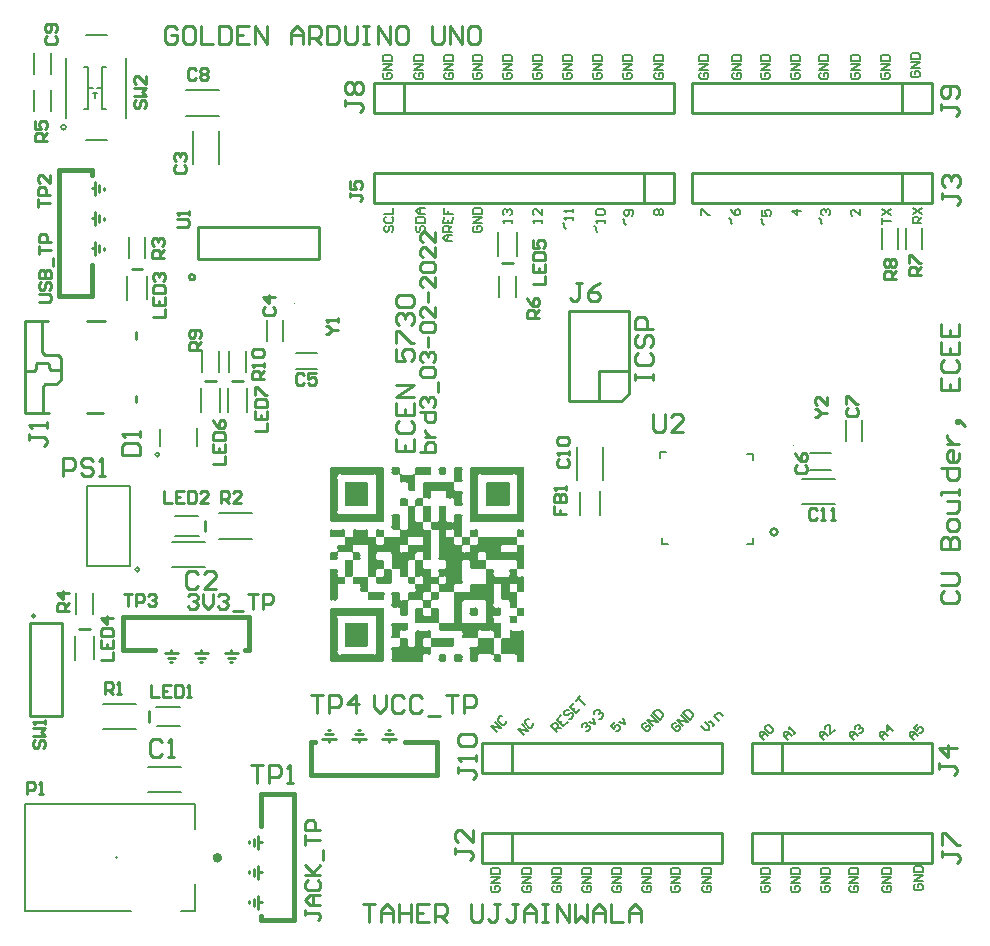
<source format=gto>
G04*
G04 #@! TF.GenerationSoftware,Altium Limited,Altium Designer,21.8.1 (53)*
G04*
G04 Layer_Color=65535*
%FSLAX25Y25*%
%MOIN*%
G70*
G04*
G04 #@! TF.SameCoordinates,28AFC469-8C40-47C5-92FE-A73FC46FB42A*
G04*
G04*
G04 #@! TF.FilePolarity,Positive*
G04*
G01*
G75*
%ADD10C,0.00394*%
%ADD11C,0.00600*%
%ADD12C,0.01000*%
%ADD13C,0.01575*%
%ADD14C,0.01500*%
%ADD15C,0.00800*%
%ADD16C,0.00900*%
%ADD17C,0.00500*%
G36*
X142842Y156775D02*
X143135D01*
Y154727D01*
X142842D01*
Y154435D01*
X141087D01*
Y154727D01*
X140795D01*
Y156190D01*
X140503D01*
Y156483D01*
X140795D01*
Y156775D01*
X141087D01*
Y157068D01*
X142842D01*
Y156775D01*
D02*
G37*
G36*
X137870D02*
X138163D01*
Y154727D01*
X137870D01*
Y154435D01*
X132605D01*
Y149170D01*
X130558D01*
Y149462D01*
X130265D01*
Y151803D01*
X129680D01*
Y152095D01*
X128510D01*
Y151803D01*
X127925D01*
Y152095D01*
X127632D01*
Y154435D01*
X127340D01*
Y154727D01*
X127048D01*
Y154435D01*
X125293D01*
Y154727D01*
X125000D01*
Y155020D01*
X124707D01*
Y155605D01*
X125000D01*
Y156190D01*
X124707D01*
Y156483D01*
X125000D01*
Y157068D01*
X127340D01*
Y156775D01*
X127632D01*
Y154727D01*
X128217D01*
Y154435D01*
X132020D01*
Y154727D01*
X132605D01*
Y156775D01*
X132897D01*
Y157068D01*
X137870D01*
Y156775D01*
D02*
G37*
G36*
X148400Y156483D02*
X148693D01*
Y156190D01*
X148400D01*
Y152972D01*
X148693D01*
Y152680D01*
Y152387D01*
X148400D01*
Y152095D01*
X145767D01*
Y156775D01*
X146060D01*
Y157068D01*
X148400D01*
Y156483D01*
D02*
G37*
G36*
X145767Y149462D02*
X146060D01*
Y149170D01*
X148400D01*
Y148878D01*
X148693D01*
Y148293D01*
X148400D01*
Y145075D01*
X148693D01*
Y144490D01*
X148400D01*
Y144197D01*
X146060D01*
Y144490D01*
X145767D01*
Y146537D01*
X145475D01*
Y146830D01*
X144597D01*
Y146537D01*
X144012D01*
Y146830D01*
X143135D01*
Y149170D01*
X138163D01*
Y147123D01*
X137870D01*
Y146830D01*
X137577D01*
Y146537D01*
X136993D01*
Y146830D01*
X135238D01*
Y151803D01*
X135530D01*
Y152095D01*
X145767D01*
Y149462D01*
D02*
G37*
G36*
X135238Y144197D02*
X137870D01*
Y143905D01*
X138163D01*
Y142735D01*
Y142443D01*
Y138933D01*
X140503D01*
Y139225D01*
X140795D01*
Y144197D01*
X143135D01*
Y139225D01*
X143428D01*
Y138933D01*
X145183D01*
Y138640D01*
X145475D01*
Y138933D01*
X145767D01*
Y141272D01*
X146060D01*
Y141565D01*
X148108D01*
Y141272D01*
X148693D01*
Y140688D01*
X148400D01*
Y133960D01*
X148693D01*
Y133668D01*
X151032D01*
Y131035D01*
X153373D01*
Y131327D01*
X153665D01*
Y133668D01*
X151032D01*
Y136300D01*
X152787D01*
Y136592D01*
X153373D01*
Y136007D01*
X153665D01*
Y133668D01*
X166535D01*
Y133960D01*
X166827D01*
Y134545D01*
X166535D01*
Y136007D01*
X166827D01*
Y136300D01*
X167120D01*
Y136592D01*
X167705D01*
Y136300D01*
X168290D01*
Y136592D01*
X168582D01*
Y136300D01*
X169167D01*
Y133960D01*
X168875D01*
Y133668D01*
X166827D01*
Y133082D01*
X166535D01*
Y131035D01*
X161563D01*
Y130743D01*
X161270D01*
Y128695D01*
X166535D01*
Y128988D01*
X166827D01*
Y129865D01*
X166535D01*
Y130743D01*
X166827D01*
Y131035D01*
X168875D01*
Y130743D01*
X169167D01*
Y123430D01*
X168875D01*
Y123137D01*
X166827D01*
Y122260D01*
X166535D01*
Y121090D01*
X166827D01*
Y120798D01*
X167120D01*
Y120505D01*
X167998D01*
Y120798D01*
X168582D01*
Y120505D01*
X168875D01*
Y120212D01*
X169167D01*
Y115533D01*
X166827D01*
Y115825D01*
X166535D01*
Y116995D01*
X166827D01*
Y117288D01*
X166535D01*
Y118165D01*
X164195D01*
Y115533D01*
X166827D01*
Y114655D01*
X166535D01*
Y111145D01*
X166827D01*
Y110267D01*
X168875D01*
Y109975D01*
X169167D01*
Y107928D01*
X168875D01*
Y107635D01*
X166827D01*
Y108220D01*
X166535D01*
Y110267D01*
X164195D01*
Y112315D01*
X163902D01*
Y112900D01*
X161563D01*
Y113192D01*
X161270D01*
Y118165D01*
X158930D01*
Y111437D01*
X158637D01*
Y110853D01*
X158930D01*
Y110560D01*
X159222D01*
Y110267D01*
X160392D01*
Y110560D01*
X160685D01*
Y110267D01*
X161270D01*
Y107928D01*
X160977D01*
Y107635D01*
X158930D01*
Y107343D01*
X158637D01*
Y106757D01*
X158930D01*
Y105002D01*
X161270D01*
Y100030D01*
X158930D01*
Y102077D01*
X158637D01*
Y102370D01*
X158053D01*
Y102663D01*
X157760D01*
Y102370D01*
X154543D01*
Y102663D01*
X153957D01*
Y102370D01*
X153665D01*
Y100030D01*
X158930D01*
Y94765D01*
X160977D01*
Y94472D01*
X161270D01*
Y92133D01*
X159222D01*
Y92425D01*
X158930D01*
Y92717D01*
X158637D01*
Y93303D01*
X158930D01*
Y94472D01*
X158053D01*
Y94765D01*
X153957D01*
Y94472D01*
X153665D01*
Y92425D01*
X153373D01*
Y92133D01*
X151325D01*
Y92425D01*
X151032D01*
Y96520D01*
X150740D01*
Y96812D01*
X151032D01*
Y97105D01*
X153373D01*
Y97398D01*
X153665D01*
Y100030D01*
X148693D01*
Y100322D01*
X148400D01*
Y101200D01*
X148693D01*
Y101785D01*
X148400D01*
Y102370D01*
X141087D01*
Y102663D01*
X140795D01*
Y105002D01*
X132897D01*
Y105295D01*
X132605D01*
Y109975D01*
X132897D01*
Y110267D01*
X135238D01*
Y107928D01*
X135530D01*
Y107635D01*
X137870D01*
Y107928D01*
X138163D01*
Y110267D01*
X135238D01*
Y112608D01*
X134945D01*
Y112900D01*
X130558D01*
Y112608D01*
X130265D01*
Y107928D01*
X129973D01*
Y107635D01*
X127925D01*
Y107928D01*
X127632D01*
Y110267D01*
X127048D01*
Y110560D01*
X126755D01*
Y110267D01*
X125293D01*
Y110560D01*
X125000D01*
Y110853D01*
X124707D01*
Y111437D01*
X125000D01*
Y114655D01*
X124707D01*
Y115240D01*
X125000D01*
Y115533D01*
X127340D01*
Y115240D01*
X127632D01*
Y112900D01*
X127925D01*
Y112608D01*
X128510D01*
Y112900D01*
X130265D01*
Y115240D01*
X130558D01*
Y115533D01*
X132605D01*
Y115825D01*
X132897D01*
Y116410D01*
X132605D01*
Y118165D01*
X130558D01*
Y118457D01*
X130265D01*
Y120212D01*
Y120505D01*
X127632D01*
Y123137D01*
X125000D01*
Y128110D01*
X124707D01*
Y128695D01*
X120027D01*
Y128110D01*
X119735D01*
Y126355D01*
X120027D01*
Y126063D01*
X122075D01*
Y125770D01*
X122368D01*
Y123137D01*
X124707D01*
Y122845D01*
X125000D01*
Y119920D01*
Y119627D01*
Y118457D01*
X124707D01*
Y118165D01*
X120027D01*
Y118457D01*
X119735D01*
Y120505D01*
X117103D01*
Y131035D01*
X112130D01*
Y128695D01*
X114178D01*
Y128402D01*
X114470D01*
Y127817D01*
X114762D01*
Y127525D01*
X114470D01*
Y126940D01*
X114762D01*
Y126355D01*
X114470D01*
Y126063D01*
X112130D01*
Y128402D01*
X111837D01*
Y128695D01*
X106865D01*
Y127525D01*
X106572D01*
Y127233D01*
X106865D01*
Y126355D01*
X106572D01*
Y126063D01*
X104233D01*
Y128402D01*
X104525D01*
Y128695D01*
X106572D01*
Y129280D01*
X106865D01*
Y129865D01*
X106572D01*
Y130743D01*
X106865D01*
Y131035D01*
X109205D01*
Y133668D01*
X104525D01*
Y133960D01*
X104233D01*
Y136300D01*
X104817D01*
Y136592D01*
X105110D01*
Y136300D01*
X108327D01*
Y136592D01*
X108913D01*
Y136300D01*
X109205D01*
Y133668D01*
X111837D01*
Y133960D01*
X112130D01*
Y136300D01*
X112423D01*
Y136592D01*
X113007D01*
Y136300D01*
X116225D01*
Y136592D01*
X116810D01*
Y136300D01*
X117103D01*
Y133668D01*
X119735D01*
Y131327D01*
X120027D01*
Y131035D01*
X122075D01*
Y131327D01*
X122368D01*
Y133668D01*
X119735D01*
Y135423D01*
Y135715D01*
Y136007D01*
X120027D01*
Y136592D01*
X120613D01*
Y136300D01*
X122368D01*
Y133668D01*
X127340D01*
Y133960D01*
X127632D01*
Y136300D01*
X125293D01*
Y136592D01*
X125000D01*
Y136885D01*
X124707D01*
Y137470D01*
X125000D01*
Y140688D01*
X124707D01*
Y141272D01*
X125293D01*
Y141565D01*
X127340D01*
Y141272D01*
X127632D01*
Y136592D01*
X127925D01*
Y136300D01*
X129973D01*
Y136592D01*
X130265D01*
Y144197D01*
X127632D01*
Y146537D01*
X127925D01*
Y146830D01*
X129680D01*
Y146537D01*
X130265D01*
Y144197D01*
X132605D01*
Y146245D01*
X132897D01*
Y146537D01*
X133190D01*
Y146830D01*
X135238D01*
Y144197D01*
D02*
G37*
G36*
X168875Y156775D02*
X169167D01*
Y139225D01*
X168875D01*
Y138933D01*
X151032D01*
Y156775D01*
X151325D01*
Y157068D01*
X168875D01*
Y156775D01*
D02*
G37*
G36*
X122075D02*
X122368D01*
Y138933D01*
X104525D01*
Y139225D01*
X104233D01*
Y156775D01*
X104525D01*
Y157068D01*
X122075D01*
Y156775D01*
D02*
G37*
G36*
X112130Y120798D02*
X111837D01*
Y120505D01*
X109497D01*
Y120798D01*
X109205D01*
Y123430D01*
Y123723D01*
Y125770D01*
X109497D01*
Y126063D01*
X112130D01*
Y120798D01*
D02*
G37*
G36*
X117103Y115533D02*
X122368D01*
Y115240D01*
X122660D01*
Y114655D01*
X122368D01*
Y112900D01*
X117103D01*
Y115533D01*
X114762D01*
Y115825D01*
X114470D01*
Y116702D01*
X114762D01*
Y116995D01*
X114470D01*
Y118165D01*
X112130D01*
Y120505D01*
X117103D01*
Y115533D01*
D02*
G37*
G36*
X106572Y122845D02*
X106865D01*
Y121967D01*
X106572D01*
Y121382D01*
X106865D01*
Y120798D01*
X107158D01*
Y120505D01*
X109205D01*
Y118165D01*
X107158D01*
Y117873D01*
X106865D01*
Y117288D01*
X106572D01*
Y116995D01*
X106865D01*
Y113192D01*
X106572D01*
Y112900D01*
X106280D01*
Y112608D01*
X105695D01*
Y112900D01*
X105110D01*
Y112608D01*
X104817D01*
Y112900D01*
X104233D01*
Y123137D01*
X106572D01*
Y122845D01*
D02*
G37*
G36*
X166535Y106173D02*
X166827D01*
Y105587D01*
X166535D01*
Y105002D01*
X164195D01*
Y107050D01*
X163902D01*
Y107343D01*
X164195D01*
Y107635D01*
X166535D01*
Y106173D01*
D02*
G37*
G36*
X168582Y102370D02*
X168875D01*
Y102077D01*
X169167D01*
Y92425D01*
X168875D01*
Y92133D01*
X166827D01*
Y92425D01*
X166535D01*
Y93303D01*
X166827D01*
Y94180D01*
X166535D01*
Y94472D01*
X165950D01*
Y94765D01*
X161270D01*
Y99738D01*
X161563D01*
Y100030D01*
X163902D01*
Y100322D01*
X164195D01*
Y102370D01*
X164488D01*
Y102663D01*
X165073D01*
Y102370D01*
X167998D01*
Y102663D01*
X168582D01*
Y102370D01*
D02*
G37*
G36*
X130265Y102663D02*
X129680D01*
Y102370D01*
X128510D01*
Y102663D01*
X127925D01*
Y102370D01*
X127632D01*
Y101785D01*
Y101493D01*
Y100030D01*
X129973D01*
Y99738D01*
X130265D01*
Y97398D01*
X130558D01*
Y97105D01*
X132313D01*
Y97398D01*
X132605D01*
Y97690D01*
X132897D01*
Y97983D01*
X132605D01*
Y102077D01*
X132897D01*
Y102370D01*
X133483D01*
Y102663D01*
X134067D01*
Y102370D01*
X136993D01*
Y102663D01*
X137577D01*
Y102370D01*
X137870D01*
Y102077D01*
X138163D01*
Y100030D01*
X145767D01*
Y97398D01*
X145475D01*
Y97105D01*
X138163D01*
Y99738D01*
X137870D01*
Y100030D01*
X135530D01*
Y99738D01*
X135238D01*
Y97398D01*
X135530D01*
Y97105D01*
X138163D01*
Y95057D01*
X137870D01*
Y94765D01*
X137577D01*
Y94472D01*
X136993D01*
Y94765D01*
X135530D01*
Y94472D01*
X135238D01*
Y92133D01*
X125000D01*
Y92717D01*
X124707D01*
Y93010D01*
X125000D01*
Y94180D01*
Y94472D01*
Y96228D01*
X124707D01*
Y96812D01*
X125000D01*
Y97105D01*
X127340D01*
Y97398D01*
X127632D01*
Y100030D01*
X125000D01*
Y100322D01*
X124707D01*
Y100908D01*
X125000D01*
Y104125D01*
X124707D01*
Y104710D01*
X125000D01*
Y105002D01*
X130265D01*
Y102663D01*
D02*
G37*
G36*
X148108Y94472D02*
X148400D01*
Y94180D01*
X148693D01*
Y93595D01*
X148400D01*
Y93010D01*
X148693D01*
Y92717D01*
X148400D01*
Y92133D01*
X146060D01*
Y92425D01*
X145767D01*
Y94472D01*
X146060D01*
Y94765D01*
X148108D01*
Y94472D01*
D02*
G37*
G36*
X142842D02*
X143135D01*
Y92425D01*
X142842D01*
Y92133D01*
X141087D01*
Y92425D01*
X140795D01*
Y92717D01*
X140503D01*
Y93010D01*
X140795D01*
Y94472D01*
X141087D01*
Y94765D01*
X142842D01*
Y94472D01*
D02*
G37*
G36*
X122368Y92425D02*
X122075D01*
Y92133D01*
X104525D01*
Y92425D01*
X104233D01*
Y109975D01*
X104525D01*
Y110267D01*
X122368D01*
Y92425D01*
D02*
G37*
%LPC*%
G36*
X145475Y136592D02*
X144890D01*
Y136300D01*
X143135D01*
Y135715D01*
Y135423D01*
Y133668D01*
X145767D01*
Y131327D01*
X146060D01*
Y131035D01*
X148400D01*
Y133668D01*
X145767D01*
Y136300D01*
X145475D01*
Y136592D01*
D02*
G37*
G36*
X135238Y133668D02*
X130265D01*
Y131035D01*
X135238D01*
Y133668D01*
D02*
G37*
G36*
X151032Y131035D02*
X148693D01*
Y130743D01*
X148400D01*
Y128988D01*
X148693D01*
Y128695D01*
X148985D01*
Y128402D01*
X149277D01*
Y128695D01*
X150740D01*
Y128988D01*
X151032D01*
Y131035D01*
D02*
G37*
G36*
X130265D02*
X127632D01*
Y129865D01*
Y129572D01*
Y128695D01*
X127925D01*
Y128402D01*
X128510D01*
Y128695D01*
X130265D01*
Y131035D01*
D02*
G37*
G36*
X135238Y144197D02*
X132897D01*
Y143905D01*
X132605D01*
Y139225D01*
X132897D01*
Y138933D01*
X135238D01*
Y136592D01*
X135530D01*
Y136300D01*
X138163D01*
Y126063D01*
X135238D01*
Y128695D01*
X133190D01*
Y128402D01*
X132897D01*
Y128110D01*
X132605D01*
Y126063D01*
X135238D01*
Y123430D01*
X135530D01*
Y123137D01*
X138163D01*
Y120505D01*
X140503D01*
Y120798D01*
X140795D01*
Y122260D01*
X140503D01*
Y122845D01*
X140795D01*
Y123137D01*
X142842D01*
Y123430D01*
X143135D01*
Y125770D01*
X142842D01*
Y126063D01*
X140795D01*
Y126355D01*
X140503D01*
Y126940D01*
X140795D01*
Y136007D01*
X140503D01*
Y136300D01*
X138455D01*
Y136592D01*
X138163D01*
Y138933D01*
X135238D01*
Y144197D01*
D02*
G37*
G36*
X156005Y128695D02*
X153957D01*
Y128402D01*
X153665D01*
Y126063D01*
X156298D01*
Y123137D01*
X158637D01*
Y122845D01*
X158930D01*
Y121967D01*
X158637D01*
Y121382D01*
X158930D01*
Y120798D01*
X159222D01*
Y120505D01*
X163902D01*
Y121090D01*
X164195D01*
Y122260D01*
X163902D01*
Y122845D01*
X164195D01*
Y123137D01*
X166535D01*
Y124892D01*
X166827D01*
Y125478D01*
X166535D01*
Y125770D01*
X166243D01*
Y126063D01*
X156298D01*
Y128402D01*
X156005D01*
Y128695D01*
D02*
G37*
G36*
X122368Y123137D02*
X120027D01*
Y122845D01*
X119735D01*
Y120505D01*
X122075D01*
Y120798D01*
X122368D01*
Y123137D01*
D02*
G37*
G36*
X142550Y120798D02*
X142257D01*
Y120505D01*
X140795D01*
Y118165D01*
X142842D01*
Y118457D01*
X143135D01*
Y120505D01*
X142550D01*
Y120798D01*
D02*
G37*
G36*
X132605Y126063D02*
X130558D01*
Y125770D01*
X130265D01*
Y120505D01*
X132605D01*
Y118165D01*
X135238D01*
Y120505D01*
X134945D01*
Y120798D01*
X134360D01*
Y120505D01*
X132605D01*
Y126063D01*
D02*
G37*
G36*
X150740D02*
X148693D01*
Y125770D01*
X148400D01*
Y119043D01*
X148693D01*
Y118457D01*
X148400D01*
Y118165D01*
X146060D01*
Y117873D01*
X145767D01*
Y115533D01*
X151032D01*
Y117873D01*
X151325D01*
Y118165D01*
X156298D01*
Y123137D01*
X151325D01*
Y123430D01*
X151032D01*
Y125770D01*
X150740D01*
Y126063D01*
D02*
G37*
G36*
X138163Y115533D02*
X135530D01*
Y115240D01*
X135238D01*
Y112900D01*
X138163D01*
Y115533D01*
D02*
G37*
G36*
X156005Y112900D02*
X148985D01*
Y112608D01*
X148693D01*
Y112315D01*
X148400D01*
Y105295D01*
X148693D01*
Y105002D01*
X156005D01*
Y105295D01*
X156298D01*
Y112608D01*
X156005D01*
Y112900D01*
D02*
G37*
G36*
X140503Y118165D02*
X138163D01*
Y115533D01*
X140795D01*
Y113192D01*
X140503D01*
Y112900D01*
X138455D01*
Y112608D01*
X138163D01*
Y110267D01*
X140503D01*
Y109975D01*
X140795D01*
Y107050D01*
Y106757D01*
Y105002D01*
X145767D01*
Y115533D01*
X140795D01*
Y117873D01*
X140503D01*
Y118165D01*
D02*
G37*
%LPD*%
G36*
X153080Y110267D02*
X153373D01*
Y109975D01*
X153665D01*
Y107928D01*
X153373D01*
Y107635D01*
X151325D01*
Y107928D01*
X151032D01*
Y108220D01*
X150740D01*
Y108512D01*
X151032D01*
Y110267D01*
X152787D01*
Y110560D01*
X153080D01*
Y110267D01*
D02*
G37*
%LPC*%
G36*
X165950Y154727D02*
X165365D01*
Y154435D01*
X154543D01*
Y154727D01*
X153957D01*
Y154435D01*
X153665D01*
Y152387D01*
Y152095D01*
Y141565D01*
X166535D01*
Y141858D01*
X166827D01*
Y142443D01*
X166535D01*
Y153265D01*
X166827D01*
Y153850D01*
X166535D01*
Y154435D01*
X165950D01*
Y154727D01*
D02*
G37*
%LPD*%
G36*
X163902Y151803D02*
X164195D01*
Y144490D01*
X163902D01*
Y144197D01*
X156298D01*
Y148000D01*
Y148293D01*
Y151803D01*
X156590D01*
Y152095D01*
X163902D01*
Y151803D01*
D02*
G37*
%LPC*%
G36*
X119442Y154727D02*
X118858D01*
Y154435D01*
X108035D01*
Y154727D01*
X107450D01*
Y154435D01*
X106865D01*
Y153850D01*
X106572D01*
Y153265D01*
X106865D01*
Y142443D01*
X106572D01*
Y141858D01*
X106865D01*
Y141565D01*
X119735D01*
Y147415D01*
Y147707D01*
Y154435D01*
X119442D01*
Y154727D01*
D02*
G37*
%LPD*%
G36*
X116810Y151803D02*
X117103D01*
Y144197D01*
X109497D01*
Y144490D01*
X109205D01*
Y151803D01*
X109497D01*
Y152095D01*
X116810D01*
Y151803D01*
D02*
G37*
%LPC*%
G36*
X119735Y107635D02*
X106865D01*
Y107343D01*
X106572D01*
Y106757D01*
X106865D01*
Y95935D01*
X106572D01*
Y95350D01*
X106865D01*
Y94765D01*
X107450D01*
Y94472D01*
X108035D01*
Y94765D01*
X118858D01*
Y94472D01*
X119442D01*
Y94765D01*
X119735D01*
Y96520D01*
Y96812D01*
Y107635D01*
D02*
G37*
%LPD*%
G36*
X117103Y97983D02*
Y97690D01*
Y97398D01*
X116810D01*
Y97105D01*
X109497D01*
Y97398D01*
X109205D01*
Y104710D01*
X109497D01*
Y105002D01*
X117103D01*
Y97983D01*
D02*
G37*
D10*
X258865Y164350D02*
G03*
X258865Y164350I-197J0D01*
G01*
X92547Y211670D02*
G03*
X92547Y211670I-197J0D01*
G01*
D11*
X47407Y161200D02*
G03*
X47407Y161200I-707J0D01*
G01*
X16306Y270400D02*
G03*
X16306Y270400I-806J0D01*
G01*
X40813Y123000D02*
G03*
X40813Y123000I-707J0D01*
G01*
X186800Y152760D02*
Y163760D01*
X195200Y152760D02*
Y163760D01*
X194300Y141100D02*
Y149000D01*
X187700Y141000D02*
Y148900D01*
X261760Y153200D02*
X272760D01*
X261760Y144800D02*
X272760D01*
X264231Y161700D02*
X271232D01*
X264231Y156300D02*
X271232D01*
X160200Y227547D02*
Y235447D01*
X166800Y227647D02*
Y235547D01*
X166200Y213800D02*
Y220800D01*
X160800Y213800D02*
Y220800D01*
X288300Y229700D02*
Y236700D01*
X293700Y229700D02*
Y236700D01*
X296300Y229731D02*
Y236732D01*
X301700Y229731D02*
Y236732D01*
X276300Y165732D02*
Y172731D01*
X281700Y165732D02*
Y172731D01*
X61800Y188732D02*
Y195731D01*
X67200Y188732D02*
Y195731D01*
X67800Y175647D02*
Y183547D01*
X61200Y175547D02*
Y183447D01*
X70800Y188732D02*
Y195731D01*
X76200Y188732D02*
Y195731D01*
X76800Y175553D02*
Y183453D01*
X70200Y175453D02*
Y183353D01*
X83300Y199232D02*
Y206231D01*
X88700Y199232D02*
Y206231D01*
X93168Y195200D02*
X100169D01*
X93168Y189800D02*
X100169D01*
X58800Y258260D02*
Y269260D01*
X67200Y258260D02*
Y269260D01*
X23000Y301000D02*
X30000D01*
X23000Y266000D02*
X30000D01*
X28500Y276500D02*
X29800D01*
X28500Y290500D02*
X29800D01*
X22400D02*
X23800D01*
X22400Y276500D02*
X23800D01*
X25200Y281800D02*
X26800D01*
X26000Y280200D02*
Y281800D01*
X36500Y273500D02*
Y293500D01*
X16500Y273500D02*
Y293500D01*
X28500Y276500D02*
Y290500D01*
X23800Y276500D02*
Y290500D01*
X23842Y283502D02*
X25242D01*
X26842Y283452D02*
X28442D01*
X5800Y288231D02*
Y295232D01*
X11200Y288231D02*
Y295232D01*
X5800Y275731D02*
Y282732D01*
X11200Y275731D02*
Y282732D01*
X37300Y226731D02*
Y233732D01*
X42700Y226731D02*
Y233732D01*
X43300Y213053D02*
Y220953D01*
X36700Y212953D02*
Y220853D01*
X23200Y150700D02*
X37800D01*
X23200Y124300D02*
Y150700D01*
Y124300D02*
X37800D01*
Y150700D01*
X19200Y92953D02*
Y100853D01*
X25800Y93053D02*
Y100953D01*
X25200Y108168D02*
Y115168D01*
X19800Y108168D02*
Y115168D01*
X51740Y132200D02*
X62740D01*
X51740Y123800D02*
X62740D01*
X52547Y140800D02*
X60447D01*
X52647Y134200D02*
X60547D01*
X67260Y133300D02*
X78260D01*
X67260Y141700D02*
X78260D01*
X46553Y70700D02*
X54453D01*
X46453Y77300D02*
X54353D01*
X43760Y48800D02*
X54760D01*
X43760Y57200D02*
X54760D01*
X28760Y78200D02*
X39760D01*
X28760Y69800D02*
X39760D01*
X215000Y131500D02*
X217000D01*
X215000D02*
Y133500D01*
X245223Y131545D02*
Y133545D01*
X243223Y131545D02*
X245223D01*
X243394Y161601D02*
X245394D01*
Y159601D02*
Y161601D01*
X214500Y162000D02*
X216500D01*
X214500Y160000D02*
Y162000D01*
X56240Y274300D02*
X67240D01*
X56240Y282700D02*
X67240D01*
D12*
X59400Y220465D02*
G03*
X59400Y220465I-1000J0D01*
G01*
X5898Y107500D02*
G03*
X5898Y107500I-394J0D01*
G01*
X253518Y135500D02*
G03*
X253518Y135500I-1118J0D01*
G01*
X245000Y25000D02*
Y30000D01*
Y25000D02*
X255000D01*
Y35000D01*
X305000D01*
Y25000D02*
Y35000D01*
X255000Y25000D02*
X305000D01*
X245000Y35000D02*
X255000D01*
X245000Y30000D02*
Y35000D01*
X121750Y66500D02*
X126250D01*
X124000Y65473D02*
Y66500D01*
X122750Y68000D02*
X125250D01*
X123750Y69500D02*
X124477D01*
X111750Y66500D02*
X116250D01*
X114000Y65473D02*
Y66500D01*
X112750Y68000D02*
X115250D01*
X113750Y69500D02*
X114477D01*
X101750Y66500D02*
X106250D01*
X104000Y65473D02*
Y66500D01*
X102750Y68000D02*
X105250D01*
X103750Y69500D02*
X104477D01*
X129000Y285000D02*
X219000D01*
X119000Y275000D02*
X209000D01*
X119000D02*
Y285000D01*
X209000D01*
X129000Y275000D02*
Y285000D01*
Y275000D02*
X219000D01*
Y285000D01*
X295000Y275000D02*
Y285000D01*
X225000Y275000D02*
X305000D01*
Y285000D01*
X225000D02*
X305000D01*
X225000Y275000D02*
Y285000D01*
X245000Y60000D02*
Y65000D01*
X255000D01*
Y55000D02*
X305000D01*
Y65000D01*
X255000D02*
X305000D01*
X255000Y55000D02*
Y65000D01*
X245000Y55000D02*
X255000D01*
X245000D02*
Y60000D01*
X165000Y55000D02*
Y65000D01*
X155000D02*
X235000D01*
X155000Y55000D02*
Y65000D01*
Y55000D02*
X235000D01*
Y65000D01*
X165000Y25000D02*
Y35000D01*
X155000D02*
X235000D01*
X155000Y25000D02*
Y35000D01*
Y25000D02*
X235000D01*
Y35000D01*
X161800Y225247D02*
X165200D01*
X295000Y245000D02*
Y255000D01*
X225000Y245000D02*
X305000D01*
Y255000D01*
X225000D02*
X305000D01*
X225000Y245000D02*
Y255000D01*
X119000Y245000D02*
X209000D01*
X129000Y255000D02*
X219000D01*
Y245000D02*
Y255000D01*
X129000Y245000D02*
X219000D01*
X209000D02*
Y255000D01*
X119000D02*
X209000D01*
X119000Y245000D02*
Y255000D01*
X62800Y185847D02*
X66200D01*
X71800Y185753D02*
X75200D01*
X2714Y175020D02*
Y205825D01*
Y175020D02*
X10700D01*
X23400Y175100D02*
X28800D01*
X2714Y205825D02*
X10500D01*
X11625Y189373D02*
X14525D01*
X11325D02*
X11625D01*
X10525Y190173D02*
X11325Y189373D01*
X10525Y190173D02*
Y191572D01*
X10125Y191972D02*
X10525Y191572D01*
X6825Y191972D02*
X10125D01*
X6425Y191572D02*
X6825Y191972D01*
X6425Y189772D02*
Y191572D01*
X5825Y189172D02*
X6425Y189772D01*
X3325Y189172D02*
X5825D01*
X8525Y175020D02*
Y183872D01*
X9425Y184773D01*
X13125D01*
X14525Y186172D01*
Y193572D01*
X13625Y194473D02*
X14525Y193572D01*
X9225Y194473D02*
X13625D01*
X8225Y195473D02*
X9225Y194473D01*
X8225Y195473D02*
Y205673D01*
X23400Y205800D02*
X29200D01*
X39525Y178714D02*
Y180875D01*
Y199968D02*
Y202286D01*
X26000Y227750D02*
Y232250D01*
X24973Y230000D02*
X26000D01*
X27500Y228750D02*
Y231250D01*
X29000Y229523D02*
Y230250D01*
X26000Y237750D02*
Y242250D01*
X24973Y240000D02*
X26000D01*
X27500Y238750D02*
Y241250D01*
X29000Y239523D02*
Y240250D01*
X26000Y247750D02*
Y252250D01*
X24973Y250000D02*
X26000D01*
X27500Y248750D02*
Y251250D01*
X29000Y249523D02*
Y250250D01*
X38300Y223253D02*
X41700D01*
X15000Y74000D02*
Y105000D01*
X4500Y74000D02*
X15000D01*
X4500Y105000D02*
X15000D01*
X4500Y74000D02*
Y105000D01*
X20800Y103253D02*
X24200D01*
X62847Y135800D02*
Y139200D01*
X44153Y72300D02*
Y75700D01*
X71023Y92000D02*
X71750D01*
X70250Y93500D02*
X72750D01*
X71500Y95000D02*
Y96027D01*
X69250Y95000D02*
X73750D01*
X61023Y92000D02*
X61750D01*
X60250Y93500D02*
X62750D01*
X61500Y95000D02*
Y96027D01*
X59250Y95000D02*
X63750D01*
X51023Y92000D02*
X51750D01*
X50250Y93500D02*
X52750D01*
X51500Y95000D02*
Y96027D01*
X49250Y95000D02*
X53750D01*
X33091Y27000D02*
X33122D01*
X77500Y11750D02*
Y12477D01*
X79000Y10750D02*
Y13250D01*
X80500Y12000D02*
X81527D01*
X80500Y9750D02*
Y14250D01*
X77500Y21750D02*
Y22477D01*
X79000Y20750D02*
Y23250D01*
X80500Y22000D02*
X81527D01*
X80500Y19750D02*
Y24250D01*
X77500Y31750D02*
Y32477D01*
X79000Y30750D02*
Y33250D01*
X80500Y32000D02*
X81527D01*
X80500Y29750D02*
Y34250D01*
X184000Y209000D02*
X204000D01*
X184000Y179000D02*
Y209000D01*
X194000Y189000D02*
X204000D01*
X194000Y179000D02*
Y189000D01*
X204000Y181500D02*
Y209000D01*
X201500Y179000D02*
X204000Y181500D01*
X184000Y179000D02*
X201500D01*
X206002Y186000D02*
Y187999D01*
Y187000D01*
X212000D01*
Y186000D01*
Y187999D01*
X207002Y194997D02*
X206002Y193997D01*
Y191998D01*
X207002Y190998D01*
X211000D01*
X212000Y191998D01*
Y193997D01*
X211000Y194997D01*
X207002Y200995D02*
X206002Y199996D01*
Y197996D01*
X207002Y196996D01*
X208001D01*
X209001Y197996D01*
Y199996D01*
X210001Y200995D01*
X211000D01*
X212000Y199996D01*
Y197996D01*
X211000Y196996D01*
X212000Y202994D02*
X206002D01*
Y205994D01*
X207002Y206993D01*
X209001D01*
X210001Y205994D01*
Y202994D01*
X7335Y212000D02*
X10667D01*
X11333Y212666D01*
Y213999D01*
X10667Y214666D01*
X7335D01*
X8001Y218665D02*
X7335Y217998D01*
Y216665D01*
X8001Y215999D01*
X8668D01*
X9334Y216665D01*
Y217998D01*
X10001Y218665D01*
X10667D01*
X11333Y217998D01*
Y216665D01*
X10667Y215999D01*
X7335Y219997D02*
X11333D01*
Y221997D01*
X10667Y222663D01*
X10001D01*
X9334Y221997D01*
Y219997D01*
Y221997D01*
X8668Y222663D01*
X8001D01*
X7335Y221997D01*
Y219997D01*
X12000Y223996D02*
Y226662D01*
X7335Y227995D02*
Y230661D01*
Y229328D01*
X11333D01*
Y231994D02*
X7335D01*
Y233993D01*
X8001Y234659D01*
X9334D01*
X10001Y233993D01*
Y231994D01*
X119000Y80998D02*
Y76999D01*
X120999Y75000D01*
X122999Y76999D01*
Y80998D01*
X128997Y79998D02*
X127997Y80998D01*
X125998D01*
X124998Y79998D01*
Y75999D01*
X125998Y75000D01*
X127997D01*
X128997Y75999D01*
X134995Y79998D02*
X133995Y80998D01*
X131996D01*
X130996Y79998D01*
Y75999D01*
X131996Y75000D01*
X133995D01*
X134995Y75999D01*
X136994Y74000D02*
X140993D01*
X142992Y80998D02*
X146991D01*
X144992D01*
Y75000D01*
X148990D02*
Y80998D01*
X151989D01*
X152989Y79998D01*
Y77999D01*
X151989Y76999D01*
X148990D01*
X57000Y113998D02*
X57833Y114831D01*
X59499D01*
X60332Y113998D01*
Y113165D01*
X59499Y112332D01*
X58666D01*
X59499D01*
X60332Y111499D01*
Y110666D01*
X59499Y109833D01*
X57833D01*
X57000Y110666D01*
X61998Y114831D02*
Y111499D01*
X63665Y109833D01*
X65331Y111499D01*
Y114831D01*
X66997Y113998D02*
X67830Y114831D01*
X69496D01*
X70329Y113998D01*
Y113165D01*
X69496Y112332D01*
X68663D01*
X69496D01*
X70329Y111499D01*
Y110666D01*
X69496Y109833D01*
X67830D01*
X66997Y110666D01*
X71995Y109000D02*
X75327D01*
X76994Y114831D02*
X80326D01*
X78660D01*
Y109833D01*
X81992D02*
Y114831D01*
X84491D01*
X85324Y113998D01*
Y112332D01*
X84491Y111499D01*
X81992D01*
X96169Y9332D02*
Y7666D01*
Y8499D01*
X100334D01*
X101167Y7666D01*
Y6833D01*
X100334Y6000D01*
X101167Y10998D02*
X97835D01*
X96169Y12664D01*
X97835Y14331D01*
X101167D01*
X98668D01*
Y10998D01*
X97002Y19329D02*
X96169Y18496D01*
Y16830D01*
X97002Y15997D01*
X100334D01*
X101167Y16830D01*
Y18496D01*
X100334Y19329D01*
X96169Y20995D02*
X101167D01*
X99501D01*
X96169Y24327D01*
X98668Y21828D01*
X101167Y24327D01*
X102000Y25993D02*
Y29326D01*
X96169Y30992D02*
Y34324D01*
Y32658D01*
X101167D01*
Y35990D02*
X96169D01*
Y38489D01*
X97002Y39323D01*
X98668D01*
X99501Y38489D01*
Y35990D01*
X309002Y115699D02*
X308003Y114699D01*
Y112700D01*
X309002Y111700D01*
X313001D01*
X314001Y112700D01*
Y114699D01*
X313001Y115699D01*
X308003Y117698D02*
X313001D01*
X314001Y118698D01*
Y120697D01*
X313001Y121697D01*
X308003D01*
Y129694D02*
X314001D01*
Y132693D01*
X313001Y133693D01*
X312001D01*
X311002Y132693D01*
Y129694D01*
Y132693D01*
X310002Y133693D01*
X309002D01*
X308003Y132693D01*
Y129694D01*
X314001Y136692D02*
Y138691D01*
X313001Y139691D01*
X311002D01*
X310002Y138691D01*
Y136692D01*
X311002Y135692D01*
X313001D01*
X314001Y136692D01*
X310002Y141690D02*
X313001D01*
X314001Y142690D01*
Y145689D01*
X310002D01*
X314001Y147688D02*
Y149688D01*
Y148688D01*
X308003D01*
Y147688D01*
Y156685D02*
X314001D01*
Y153686D01*
X313001Y152687D01*
X311002D01*
X310002Y153686D01*
Y156685D01*
X314001Y161684D02*
Y159685D01*
X313001Y158685D01*
X311002D01*
X310002Y159685D01*
Y161684D01*
X311002Y162683D01*
X312001D01*
Y158685D01*
X310002Y164683D02*
X314001D01*
X312001D01*
X311002Y165682D01*
X310002Y166682D01*
Y167682D01*
X315000Y171681D02*
X314001Y172680D01*
X313001D01*
Y171681D01*
X314001D01*
Y172680D01*
X315000Y171681D01*
X316000Y170681D01*
X308003Y186676D02*
Y182677D01*
X314001D01*
Y186676D01*
X311002Y182677D02*
Y184676D01*
X309002Y192674D02*
X308003Y191674D01*
Y189675D01*
X309002Y188675D01*
X313001D01*
X314001Y189675D01*
Y191674D01*
X313001Y192674D01*
X308003Y198672D02*
Y194673D01*
X314001D01*
Y198672D01*
X311002Y194673D02*
Y196672D01*
X308003Y204670D02*
Y200671D01*
X314001D01*
Y204670D01*
X311002Y200671D02*
Y202671D01*
X134469Y162100D02*
X139467D01*
Y164599D01*
X138634Y165432D01*
X137801D01*
X136968D01*
X136135Y164599D01*
Y162100D01*
Y167098D02*
X139467D01*
X137801D01*
X136968Y167931D01*
X136135Y168764D01*
Y169598D01*
X134469Y175429D02*
X139467D01*
Y172930D01*
X138634Y172097D01*
X136968D01*
X136135Y172930D01*
Y175429D01*
X135302Y177095D02*
X134469Y177928D01*
Y179594D01*
X135302Y180427D01*
X136135D01*
X136968Y179594D01*
Y178761D01*
Y179594D01*
X137801Y180427D01*
X138634D01*
X139467Y179594D01*
Y177928D01*
X138634Y177095D01*
X140300Y182094D02*
Y185426D01*
X135302Y187092D02*
X134469Y187925D01*
Y189591D01*
X135302Y190424D01*
X138634D01*
X139467Y189591D01*
Y187925D01*
X138634Y187092D01*
X135302D01*
Y192090D02*
X134469Y192923D01*
Y194589D01*
X135302Y195422D01*
X136135D01*
X136968Y194589D01*
Y193756D01*
Y194589D01*
X137801Y195422D01*
X138634D01*
X139467Y194589D01*
Y192923D01*
X138634Y192090D01*
X136968Y197089D02*
Y200421D01*
X135302Y202087D02*
X134469Y202920D01*
Y204586D01*
X135302Y205419D01*
X138634D01*
X139467Y204586D01*
Y202920D01*
X138634Y202087D01*
X135302D01*
X139467Y210418D02*
Y207085D01*
X136135Y210418D01*
X135302D01*
X134469Y209585D01*
Y207919D01*
X135302Y207085D01*
X136968Y212084D02*
Y215416D01*
X139467Y220414D02*
Y217082D01*
X136135Y220414D01*
X135302D01*
X134469Y219581D01*
Y217915D01*
X135302Y217082D01*
Y222081D02*
X134469Y222914D01*
Y224580D01*
X135302Y225413D01*
X138634D01*
X139467Y224580D01*
Y222914D01*
X138634Y222081D01*
X135302D01*
X139467Y230411D02*
Y227079D01*
X136135Y230411D01*
X135302D01*
X134469Y229578D01*
Y227912D01*
X135302Y227079D01*
X139467Y235410D02*
Y232077D01*
X136135Y235410D01*
X135302D01*
X134469Y234577D01*
Y232910D01*
X135302Y232077D01*
X115200Y11498D02*
X119199D01*
X117199D01*
Y5500D01*
X121198D02*
Y9499D01*
X123197Y11498D01*
X125197Y9499D01*
Y5500D01*
Y8499D01*
X121198D01*
X127196Y11498D02*
Y5500D01*
Y8499D01*
X131195D01*
Y11498D01*
Y5500D01*
X137193Y11498D02*
X133194D01*
Y5500D01*
X137193D01*
X133194Y8499D02*
X135194D01*
X139192Y5500D02*
Y11498D01*
X142191D01*
X143191Y10498D01*
Y8499D01*
X142191Y7499D01*
X139192D01*
X141192D02*
X143191Y5500D01*
X151188Y11498D02*
Y6500D01*
X152188Y5500D01*
X154187D01*
X155187Y6500D01*
Y11498D01*
X161185D02*
X159186D01*
X160185D01*
Y6500D01*
X159186Y5500D01*
X158186D01*
X157186Y6500D01*
X167183Y11498D02*
X165184D01*
X166183D01*
Y6500D01*
X165184Y5500D01*
X164184D01*
X163184Y6500D01*
X169183Y5500D02*
Y9499D01*
X171182Y11498D01*
X173181Y9499D01*
Y5500D01*
Y8499D01*
X169183D01*
X175181Y11498D02*
X177180D01*
X176180D01*
Y5500D01*
X175181D01*
X177180D01*
X180179D02*
Y11498D01*
X184178Y5500D01*
Y11498D01*
X186177D02*
Y5500D01*
X188176Y7499D01*
X190176Y5500D01*
Y11498D01*
X192175Y5500D02*
Y9499D01*
X194175Y11498D01*
X196174Y9499D01*
Y5500D01*
Y8499D01*
X192175D01*
X198173Y11498D02*
Y5500D01*
X202172D01*
X204171D02*
Y9499D01*
X206171Y11498D01*
X208170Y9499D01*
Y5500D01*
Y8499D01*
X204171D01*
X53499Y302998D02*
X52499Y303998D01*
X50500D01*
X49500Y302998D01*
Y299000D01*
X50500Y298000D01*
X52499D01*
X53499Y299000D01*
Y300999D01*
X51499D01*
X58497Y303998D02*
X56498D01*
X55498Y302998D01*
Y299000D01*
X56498Y298000D01*
X58497D01*
X59497Y299000D01*
Y302998D01*
X58497Y303998D01*
X61496D02*
Y298000D01*
X65495D01*
X67494Y303998D02*
Y298000D01*
X70493D01*
X71493Y299000D01*
Y302998D01*
X70493Y303998D01*
X67494D01*
X77491D02*
X73492D01*
Y298000D01*
X77491D01*
X73492Y300999D02*
X75492D01*
X79490Y298000D02*
Y303998D01*
X83489Y298000D01*
Y303998D01*
X91486Y298000D02*
Y301999D01*
X93486Y303998D01*
X95485Y301999D01*
Y298000D01*
Y300999D01*
X91486D01*
X97484Y298000D02*
Y303998D01*
X100484D01*
X101483Y302998D01*
Y300999D01*
X100484Y299999D01*
X97484D01*
X99484D02*
X101483Y298000D01*
X103482Y303998D02*
Y298000D01*
X106482D01*
X107481Y299000D01*
Y302998D01*
X106482Y303998D01*
X103482D01*
X109481D02*
Y299000D01*
X110480Y298000D01*
X112480D01*
X113479Y299000D01*
Y303998D01*
X115479D02*
X117478D01*
X116478D01*
Y298000D01*
X115479D01*
X117478D01*
X120477D02*
Y303998D01*
X124476Y298000D01*
Y303998D01*
X129474D02*
X127475D01*
X126475Y302998D01*
Y299000D01*
X127475Y298000D01*
X129474D01*
X130474Y299000D01*
Y302998D01*
X129474Y303998D01*
X138471D02*
Y299000D01*
X139471Y298000D01*
X141470D01*
X142470Y299000D01*
Y303998D01*
X144469Y298000D02*
Y303998D01*
X148468Y298000D01*
Y303998D01*
X153466D02*
X151467D01*
X150467Y302998D01*
Y299000D01*
X151467Y298000D01*
X153466D01*
X154466Y299000D01*
Y302998D01*
X153466Y303998D01*
X126402Y166399D02*
Y162400D01*
X132400D01*
Y166399D01*
X129401Y162400D02*
Y164399D01*
X127402Y172397D02*
X126402Y171397D01*
Y169398D01*
X127402Y168398D01*
X131400D01*
X132400Y169398D01*
Y171397D01*
X131400Y172397D01*
X126402Y178395D02*
Y174396D01*
X132400D01*
Y178395D01*
X129401Y174396D02*
Y176395D01*
X132400Y180394D02*
X126402D01*
X132400Y184393D01*
X126402D01*
Y196389D02*
Y192390D01*
X129401D01*
X128401Y194390D01*
Y195389D01*
X129401Y196389D01*
X131400D01*
X132400Y195389D01*
Y193390D01*
X131400Y192390D01*
X126402Y198388D02*
Y202387D01*
X127402D01*
X131400Y198388D01*
X132400D01*
X127402Y204386D02*
X126402Y205386D01*
Y207385D01*
X127402Y208385D01*
X128401D01*
X129401Y207385D01*
Y206386D01*
Y207385D01*
X130401Y208385D01*
X131400D01*
X132400Y207385D01*
Y205386D01*
X131400Y204386D01*
X127402Y210384D02*
X126402Y211384D01*
Y213384D01*
X127402Y214383D01*
X131400D01*
X132400Y213384D01*
Y211384D01*
X131400Y210384D01*
X127402D01*
X266001Y173668D02*
X266667D01*
X268000Y175001D01*
X266667Y176333D01*
X266001D01*
X268000Y175001D02*
X269999D01*
Y180332D02*
Y177666D01*
X267334Y180332D01*
X266667D01*
X266001Y179666D01*
Y178333D01*
X266667Y177666D01*
X103001Y201334D02*
X103667D01*
X105000Y202667D01*
X103667Y204000D01*
X103001D01*
X105000Y202667D02*
X106999D01*
Y205333D02*
Y206666D01*
Y205999D01*
X103001D01*
X103667Y205333D01*
X212000Y174698D02*
Y169700D01*
X213000Y168700D01*
X214999D01*
X215999Y169700D01*
Y174698D01*
X221997Y168700D02*
X217998D01*
X221997Y172699D01*
Y173698D01*
X220997Y174698D01*
X218998D01*
X217998Y173698D01*
X53501Y237034D02*
X56833D01*
X57499Y237701D01*
Y239034D01*
X56833Y239700D01*
X53501D01*
X57499Y241033D02*
Y242366D01*
Y241699D01*
X53501D01*
X54167Y241033D01*
X98003Y80999D02*
X102001D01*
X100002D01*
Y75001D01*
X104001D02*
Y80999D01*
X107000D01*
X107999Y79999D01*
Y78000D01*
X107000Y77000D01*
X104001D01*
X112998Y75001D02*
Y80999D01*
X109999Y78000D01*
X113997D01*
X35800Y114799D02*
X38466D01*
X37133D01*
Y110800D01*
X39799D02*
Y114799D01*
X41798D01*
X42465Y114132D01*
Y112799D01*
X41798Y112133D01*
X39799D01*
X43797Y114132D02*
X44464Y114799D01*
X45797D01*
X46463Y114132D01*
Y113466D01*
X45797Y112799D01*
X45130D01*
X45797D01*
X46463Y112133D01*
Y111467D01*
X45797Y110800D01*
X44464D01*
X43797Y111467D01*
X7001Y243668D02*
Y246334D01*
Y245001D01*
X10999D01*
Y247667D02*
X7001D01*
Y249667D01*
X7667Y250333D01*
X9000D01*
X9666Y249667D01*
Y247667D01*
X10999Y254332D02*
Y251666D01*
X8333Y254332D01*
X7667D01*
X7001Y253665D01*
Y252332D01*
X7667Y251666D01*
X78000Y57798D02*
X81999D01*
X79999D01*
Y51800D01*
X83998D02*
Y57798D01*
X86997D01*
X87997Y56798D01*
Y54799D01*
X86997Y53799D01*
X83998D01*
X89996Y51800D02*
X91996D01*
X90996D01*
Y57798D01*
X89996Y56798D01*
X39667Y279334D02*
X39001Y278668D01*
Y277335D01*
X39667Y276668D01*
X40334D01*
X41000Y277335D01*
Y278668D01*
X41666Y279334D01*
X42333D01*
X42999Y278668D01*
Y277335D01*
X42333Y276668D01*
X39001Y280667D02*
X42999D01*
X41666Y282000D01*
X42999Y283333D01*
X39001D01*
X42999Y287332D02*
Y284666D01*
X40334Y287332D01*
X39667D01*
X39001Y286665D01*
Y285332D01*
X39667Y284666D01*
X6167Y66001D02*
X5501Y65334D01*
Y64001D01*
X6167Y63335D01*
X6833D01*
X7500Y64001D01*
Y65334D01*
X8167Y66001D01*
X8833D01*
X9499Y65334D01*
Y64001D01*
X8833Y63335D01*
X5501Y67334D02*
X9499D01*
X8167Y68666D01*
X9499Y69999D01*
X5501D01*
X9499Y71332D02*
Y72665D01*
Y71999D01*
X5501D01*
X6167Y71332D01*
X82499Y186502D02*
X78501D01*
Y188501D01*
X79167Y189167D01*
X80500D01*
X81166Y188501D01*
Y186502D01*
Y187835D02*
X82499Y189167D01*
Y190500D02*
Y191833D01*
Y191167D01*
X78501D01*
X79167Y190500D01*
Y193833D02*
X78501Y194499D01*
Y195832D01*
X79167Y196498D01*
X81833D01*
X82499Y195832D01*
Y194499D01*
X81833Y193833D01*
X79167D01*
X61499Y196168D02*
X57501D01*
Y198167D01*
X58167Y198834D01*
X59500D01*
X60166Y198167D01*
Y196168D01*
Y197501D02*
X61499Y198834D01*
X60833Y200167D02*
X61499Y200833D01*
Y202166D01*
X60833Y202832D01*
X58167D01*
X57501Y202166D01*
Y200833D01*
X58167Y200167D01*
X58834D01*
X59500Y200833D01*
Y202832D01*
X292999Y219668D02*
X289001D01*
Y221667D01*
X289667Y222334D01*
X291000D01*
X291666Y221667D01*
Y219668D01*
Y221001D02*
X292999Y222334D01*
X289667Y223667D02*
X289001Y224333D01*
Y225666D01*
X289667Y226332D01*
X290334D01*
X291000Y225666D01*
X291666Y226332D01*
X292333D01*
X292999Y225666D01*
Y224333D01*
X292333Y223667D01*
X291666D01*
X291000Y224333D01*
X290334Y223667D01*
X289667D01*
X291000Y224333D02*
Y225666D01*
X301499Y221168D02*
X297501D01*
Y223167D01*
X298167Y223834D01*
X299500D01*
X300166Y223167D01*
Y221168D01*
Y222501D02*
X301499Y223834D01*
X297501Y225167D02*
Y227832D01*
X298167D01*
X300833Y225167D01*
X301499D01*
X173999Y206668D02*
X170001D01*
Y208667D01*
X170667Y209334D01*
X172000D01*
X172667Y208667D01*
Y206668D01*
Y208001D02*
X173999Y209334D01*
X170001Y213332D02*
X170667Y211999D01*
X172000Y210666D01*
X173333D01*
X173999Y211333D01*
Y212666D01*
X173333Y213332D01*
X172667D01*
X172000Y212666D01*
Y210666D01*
X9999Y265668D02*
X6001D01*
Y267667D01*
X6667Y268334D01*
X8000D01*
X8666Y267667D01*
Y265668D01*
Y267001D02*
X9999Y268334D01*
X6001Y272332D02*
Y269667D01*
X8000D01*
X7333Y270999D01*
Y271666D01*
X8000Y272332D01*
X9333D01*
X9999Y271666D01*
Y270333D01*
X9333Y269667D01*
X17499Y109168D02*
X13501D01*
Y111167D01*
X14167Y111834D01*
X15500D01*
X16166Y111167D01*
Y109168D01*
Y110501D02*
X17499Y111834D01*
Y115166D02*
X13501D01*
X15500Y113166D01*
Y115832D01*
X48999Y226731D02*
X45001D01*
Y228730D01*
X45667Y229397D01*
X47000D01*
X47666Y228730D01*
Y226731D01*
Y228064D02*
X48999Y229397D01*
X45667Y230729D02*
X45001Y231396D01*
Y232729D01*
X45667Y233395D01*
X46334D01*
X47000Y232729D01*
Y232062D01*
Y232729D01*
X47666Y233395D01*
X48333D01*
X48999Y232729D01*
Y231396D01*
X48333Y230729D01*
X68000Y145000D02*
Y148999D01*
X69999D01*
X70666Y148332D01*
Y146999D01*
X69999Y146333D01*
X68000D01*
X69333D02*
X70666Y145000D01*
X74664D02*
X71999D01*
X74664Y147666D01*
Y148332D01*
X73998Y148999D01*
X72665D01*
X71999Y148332D01*
X29500Y81500D02*
Y85499D01*
X31499D01*
X32166Y84832D01*
Y83499D01*
X31499Y82833D01*
X29500D01*
X30833D02*
X32166Y81500D01*
X33499D02*
X34832D01*
X34165D01*
Y85499D01*
X33499Y84832D01*
X15400Y154000D02*
Y159998D01*
X18399D01*
X19399Y158998D01*
Y156999D01*
X18399Y155999D01*
X15400D01*
X25397Y158998D02*
X24397Y159998D01*
X22398D01*
X21398Y158998D01*
Y157999D01*
X22398Y156999D01*
X24397D01*
X25397Y155999D01*
Y155000D01*
X24397Y154000D01*
X22398D01*
X21398Y155000D01*
X27396Y154000D02*
X29395D01*
X28396D01*
Y159998D01*
X27396Y158998D01*
X3500Y48000D02*
Y51999D01*
X5499D01*
X6166Y51332D01*
Y49999D01*
X5499Y49333D01*
X3500D01*
X7499Y48000D02*
X8832D01*
X8165D01*
Y51999D01*
X7499Y51332D01*
X79501Y169169D02*
X83499D01*
Y171835D01*
X79501Y175833D02*
Y173168D01*
X83499D01*
Y175833D01*
X81500Y173168D02*
Y174501D01*
X79501Y177166D02*
X83499D01*
Y179166D01*
X82833Y179832D01*
X80167D01*
X79501Y179166D01*
Y177166D01*
Y181165D02*
Y183831D01*
X80167D01*
X82833Y181165D01*
X83499D01*
X65501Y158169D02*
X69499D01*
Y160835D01*
X65501Y164833D02*
Y162168D01*
X69499D01*
Y164833D01*
X67500Y162168D02*
Y163501D01*
X65501Y166166D02*
X69499D01*
Y168166D01*
X68833Y168832D01*
X66167D01*
X65501Y168166D01*
Y166166D01*
Y172831D02*
X66167Y171498D01*
X67500Y170165D01*
X68833D01*
X69499Y170832D01*
Y172164D01*
X68833Y172831D01*
X68166D01*
X67500Y172164D01*
Y170165D01*
X172001Y218169D02*
X175999D01*
Y220835D01*
X172001Y224834D02*
Y222168D01*
X175999D01*
Y224834D01*
X174000Y222168D02*
Y223501D01*
X172001Y226167D02*
X175999D01*
Y228166D01*
X175333Y228832D01*
X172667D01*
X172001Y228166D01*
Y226167D01*
Y232831D02*
Y230165D01*
X174000D01*
X173334Y231498D01*
Y232165D01*
X174000Y232831D01*
X175333D01*
X175999Y232165D01*
Y230832D01*
X175333Y230165D01*
X28001Y92669D02*
X31999D01*
Y95335D01*
X28001Y99334D02*
Y96668D01*
X31999D01*
Y99334D01*
X30000Y96668D02*
Y98001D01*
X28001Y100666D02*
X31999D01*
Y102666D01*
X31333Y103332D01*
X28667D01*
X28001Y102666D01*
Y100666D01*
X31999Y106665D02*
X28001D01*
X30000Y104665D01*
Y107331D01*
X45501Y207169D02*
X49499D01*
Y209835D01*
X45501Y213834D02*
Y211168D01*
X49499D01*
Y213834D01*
X47500Y211168D02*
Y212501D01*
X45501Y215166D02*
X49499D01*
Y217166D01*
X48833Y217832D01*
X46167D01*
X45501Y217166D01*
Y215166D01*
X46167Y219165D02*
X45501Y219832D01*
Y221164D01*
X46167Y221831D01*
X46834D01*
X47500Y221164D01*
Y220498D01*
Y221164D01*
X48166Y221831D01*
X48833D01*
X49499Y221164D01*
Y219832D01*
X48833Y219165D01*
X49169Y148999D02*
Y145001D01*
X51835D01*
X55834Y148999D02*
X53168D01*
Y145001D01*
X55834D01*
X53168Y147000D02*
X54501D01*
X57166Y148999D02*
Y145001D01*
X59166D01*
X59832Y145667D01*
Y148333D01*
X59166Y148999D01*
X57166D01*
X63831Y145001D02*
X61165D01*
X63831Y147667D01*
Y148333D01*
X63165Y148999D01*
X61832D01*
X61165Y148333D01*
X44700Y84599D02*
Y80600D01*
X47366D01*
X51364Y84599D02*
X48699D01*
Y80600D01*
X51364D01*
X48699Y82599D02*
X50032D01*
X52697Y84599D02*
Y80600D01*
X54697D01*
X55363Y81266D01*
Y83932D01*
X54697Y84599D01*
X52697D01*
X56696Y80600D02*
X58029D01*
X57363D01*
Y84599D01*
X56696Y83932D01*
X147001Y57001D02*
Y55002D01*
Y56001D01*
X151999D01*
X152999Y55002D01*
Y54002D01*
X151999Y53002D01*
X152999Y59000D02*
Y61000D01*
Y60000D01*
X147001D01*
X148001Y59000D01*
Y63999D02*
X147001Y64999D01*
Y66998D01*
X148001Y67998D01*
X151999D01*
X152999Y66998D01*
Y64999D01*
X151999Y63999D01*
X148001D01*
X308001Y278000D02*
Y276001D01*
Y277001D01*
X312999D01*
X313999Y276001D01*
Y275001D01*
X312999Y274002D01*
Y280000D02*
X313999Y280999D01*
Y282999D01*
X312999Y283998D01*
X309001D01*
X308001Y282999D01*
Y280999D01*
X309001Y280000D01*
X310000D01*
X311000Y280999D01*
Y283998D01*
X109501Y279500D02*
Y277501D01*
Y278501D01*
X114499D01*
X115499Y277501D01*
Y276501D01*
X114499Y275502D01*
X110501Y281500D02*
X109501Y282499D01*
Y284499D01*
X110501Y285498D01*
X111500D01*
X112500Y284499D01*
X113500Y285498D01*
X114499D01*
X115499Y284499D01*
Y282499D01*
X114499Y281500D01*
X113500D01*
X112500Y282499D01*
X111500Y281500D01*
X110501D01*
X112500Y282499D02*
Y284499D01*
X308501Y29000D02*
Y27001D01*
Y28001D01*
X313499D01*
X314499Y27001D01*
Y26001D01*
X313499Y25002D01*
X308501Y31000D02*
Y34998D01*
X309501D01*
X313499Y31000D01*
X314499D01*
X188499Y218498D02*
X186499D01*
X187499D01*
Y213500D01*
X186499Y212500D01*
X185500D01*
X184500Y213500D01*
X194497Y218498D02*
X192497Y217498D01*
X190498Y215499D01*
Y213500D01*
X191498Y212500D01*
X193497D01*
X194497Y213500D01*
Y214499D01*
X193497Y215499D01*
X190498D01*
X111001Y248334D02*
Y247001D01*
Y247667D01*
X114333D01*
X114999Y247001D01*
Y246334D01*
X114333Y245668D01*
X111001Y252332D02*
Y249667D01*
X113000D01*
X112334Y250999D01*
Y251666D01*
X113000Y252332D01*
X114333D01*
X114999Y251666D01*
Y250333D01*
X114333Y249667D01*
X307501Y58500D02*
Y56501D01*
Y57501D01*
X312499D01*
X313499Y56501D01*
Y55501D01*
X312499Y54502D01*
X313499Y63499D02*
X307501D01*
X310500Y60500D01*
Y64498D01*
X308501Y248500D02*
Y246501D01*
Y247501D01*
X313499D01*
X314499Y246501D01*
Y245501D01*
X313499Y244502D01*
X309501Y250500D02*
X308501Y251499D01*
Y253499D01*
X309501Y254498D01*
X310500D01*
X311500Y253499D01*
Y252499D01*
Y253499D01*
X312500Y254498D01*
X313499D01*
X314499Y253499D01*
Y251499D01*
X313499Y250500D01*
X146001Y30000D02*
Y28001D01*
Y29001D01*
X150999D01*
X151999Y28001D01*
Y27001D01*
X150999Y26002D01*
X151999Y35998D02*
Y32000D01*
X148000Y35998D01*
X147001D01*
X146001Y34999D01*
Y32999D01*
X147001Y32000D01*
X4001Y168000D02*
Y166001D01*
Y167000D01*
X8999D01*
X9999Y166001D01*
Y165001D01*
X8999Y164001D01*
X9999Y169999D02*
Y171999D01*
Y170999D01*
X4001D01*
X5001Y169999D01*
X179001Y144001D02*
Y141335D01*
X181000D01*
Y142668D01*
Y141335D01*
X182999D01*
X179001Y145334D02*
X182999D01*
Y147333D01*
X182333Y147999D01*
X181666D01*
X181000Y147333D01*
Y145334D01*
Y147333D01*
X180333Y147999D01*
X179667D01*
X179001Y147333D01*
Y145334D01*
X182999Y149332D02*
Y150665D01*
Y149999D01*
X179001D01*
X179667Y149332D01*
X35001Y161001D02*
X40999D01*
Y164000D01*
X39999Y165000D01*
X36001D01*
X35001Y164000D01*
Y161001D01*
X40999Y166999D02*
Y168999D01*
Y167999D01*
X35001D01*
X36001Y166999D01*
X266834Y142833D02*
X266167Y143499D01*
X264834D01*
X264168Y142833D01*
Y140167D01*
X264834Y139501D01*
X266167D01*
X266834Y140167D01*
X268167Y139501D02*
X269500D01*
X268833D01*
Y143499D01*
X268167Y142833D01*
X271499Y139501D02*
X272832D01*
X272165D01*
Y143499D01*
X271499Y142833D01*
X180667Y159667D02*
X180001Y159001D01*
Y157668D01*
X180667Y157002D01*
X183333D01*
X183999Y157668D01*
Y159001D01*
X183333Y159667D01*
X183999Y161000D02*
Y162333D01*
Y161667D01*
X180001D01*
X180667Y161000D01*
Y164333D02*
X180001Y164999D01*
Y166332D01*
X180667Y166998D01*
X183333D01*
X183999Y166332D01*
Y164999D01*
X183333Y164333D01*
X180667D01*
X10165Y300833D02*
X9499Y300166D01*
Y298833D01*
X10165Y298167D01*
X12831D01*
X13498Y298833D01*
Y300166D01*
X12831Y300833D01*
Y302166D02*
X13498Y302832D01*
Y304165D01*
X12831Y304831D01*
X10165D01*
X9499Y304165D01*
Y302832D01*
X10165Y302166D01*
X10832D01*
X11498Y302832D01*
Y304831D01*
X59566Y289332D02*
X58899Y289999D01*
X57566D01*
X56900Y289332D01*
Y286666D01*
X57566Y286000D01*
X58899D01*
X59566Y286666D01*
X60899Y289332D02*
X61565Y289999D01*
X62898D01*
X63564Y289332D01*
Y288666D01*
X62898Y287999D01*
X63564Y287333D01*
Y286666D01*
X62898Y286000D01*
X61565D01*
X60899Y286666D01*
Y287333D01*
X61565Y287999D01*
X60899Y288666D01*
Y289332D01*
X61565Y287999D02*
X62898D01*
X277167Y176833D02*
X276501Y176167D01*
Y174834D01*
X277167Y174168D01*
X279833D01*
X280499Y174834D01*
Y176167D01*
X279833Y176833D01*
X276501Y178166D02*
Y180832D01*
X277167D01*
X279833Y178166D01*
X280499D01*
X260167Y157834D02*
X259501Y157167D01*
Y155834D01*
X260167Y155168D01*
X262833D01*
X263499Y155834D01*
Y157167D01*
X262833Y157834D01*
X259501Y161832D02*
X260167Y160499D01*
X261500Y159167D01*
X262833D01*
X263499Y159833D01*
Y161166D01*
X262833Y161832D01*
X262166D01*
X261500Y161166D01*
Y159167D01*
X95834Y187833D02*
X95167Y188499D01*
X93834D01*
X93168Y187833D01*
Y185167D01*
X93834Y184501D01*
X95167D01*
X95834Y185167D01*
X99832Y188499D02*
X97167D01*
Y186500D01*
X98499Y187167D01*
X99166D01*
X99832Y186500D01*
Y185167D01*
X99166Y184501D01*
X97833D01*
X97167Y185167D01*
X82667Y210334D02*
X82001Y209667D01*
Y208334D01*
X82667Y207668D01*
X85333D01*
X85999Y208334D01*
Y209667D01*
X85333Y210334D01*
X85999Y213666D02*
X82001D01*
X84000Y211666D01*
Y214332D01*
X53167Y257834D02*
X52501Y257167D01*
Y255834D01*
X53167Y255168D01*
X55833D01*
X56499Y255834D01*
Y257167D01*
X55833Y257834D01*
X53167Y259167D02*
X52501Y259833D01*
Y261166D01*
X53167Y261832D01*
X53834D01*
X54500Y261166D01*
Y260499D01*
Y261166D01*
X55166Y261832D01*
X55833D01*
X56499Y261166D01*
Y259833D01*
X55833Y259167D01*
X60500Y121499D02*
X59501Y122499D01*
X57501D01*
X56502Y121499D01*
Y117501D01*
X57501Y116501D01*
X59501D01*
X60500Y117501D01*
X66498Y116501D02*
X62500D01*
X66498Y120500D01*
Y121499D01*
X65499Y122499D01*
X63499D01*
X62500Y121499D01*
X48499Y65498D02*
X47499Y66498D01*
X45500D01*
X44500Y65498D01*
Y61500D01*
X45500Y60500D01*
X47499D01*
X48499Y61500D01*
X50498Y60500D02*
X52497D01*
X51498D01*
Y66498D01*
X50498Y65498D01*
D13*
X67610Y26900D02*
G03*
X67610Y26900I-787J0D01*
G01*
D14*
X129500Y65500D02*
X140000D01*
Y54500D02*
Y65500D01*
X98000D02*
X99500D01*
X98000Y54500D02*
Y65500D01*
Y54500D02*
X140000D01*
X25000Y214000D02*
Y224500D01*
X14000Y214000D02*
X25000D01*
Y254500D02*
Y256000D01*
X14000D02*
X25000D01*
X14000Y214000D02*
Y256000D01*
X35500Y107000D02*
X77500D01*
Y96000D02*
Y107000D01*
X76000Y96000D02*
X77500D01*
X35500D02*
Y107000D01*
Y96000D02*
X46000D01*
X92500Y6000D02*
Y48000D01*
X81500Y6000D02*
X92500D01*
X81500D02*
Y7500D01*
Y48000D02*
X92500D01*
X81500Y37500D02*
Y48000D01*
D15*
X60100Y164100D02*
Y170006D01*
X47800Y163995D02*
Y169900D01*
D16*
X60444Y226365D02*
Y237265D01*
X100562D01*
Y226365D02*
Y237265D01*
X60444Y226365D02*
X100562D01*
D17*
X54722Y9284D02*
X59469D01*
Y18300D01*
X2776Y9284D02*
Y44717D01*
X59469D01*
Y36500D02*
Y44717D01*
X2776Y9284D02*
X38012D01*
X158501Y17499D02*
X158001Y16999D01*
Y16000D01*
X158501Y15500D01*
X160500D01*
X161000Y16000D01*
Y16999D01*
X160500Y17499D01*
X159501D01*
Y16500D01*
X161000Y18499D02*
X158001D01*
X161000Y20498D01*
X158001D01*
Y21498D02*
X161000D01*
Y22998D01*
X160500Y23497D01*
X158501D01*
X158001Y22998D01*
Y21498D01*
X199001Y17499D02*
X198501Y16999D01*
Y16000D01*
X199001Y15500D01*
X201000D01*
X201500Y16000D01*
Y16999D01*
X201000Y17499D01*
X200001D01*
Y16500D01*
X201500Y18499D02*
X198501D01*
X201500Y20498D01*
X198501D01*
Y21498D02*
X201500D01*
Y22998D01*
X201000Y23497D01*
X199001D01*
X198501Y22998D01*
Y21498D01*
X288473Y238228D02*
X288461Y240227D01*
X288467Y239228D01*
X291466Y239245D01*
X288456Y241227D02*
X291443Y243244D01*
X288444Y243226D02*
X291454Y241245D01*
X299501Y17999D02*
X299001Y17500D01*
Y16500D01*
X299501Y16000D01*
X301500D01*
X302000Y16500D01*
Y17500D01*
X301500Y17999D01*
X300500D01*
Y17000D01*
X302000Y18999D02*
X299001D01*
X302000Y20998D01*
X299001D01*
Y21998D02*
X302000D01*
Y23498D01*
X301500Y23997D01*
X299501D01*
X299001Y23498D01*
Y21998D01*
X289001Y17499D02*
X288501Y16999D01*
Y16000D01*
X289001Y15500D01*
X291000D01*
X291500Y16000D01*
Y16999D01*
X291000Y17499D01*
X290001D01*
Y16500D01*
X291500Y18499D02*
X288501D01*
X291500Y20498D01*
X288501D01*
Y21498D02*
X291500D01*
Y22998D01*
X291000Y23497D01*
X289001D01*
X288501Y22998D01*
Y21498D01*
X278001Y17499D02*
X277501Y16999D01*
Y16000D01*
X278001Y15500D01*
X280000D01*
X280500Y16000D01*
Y16999D01*
X280000Y17499D01*
X279000D01*
Y16500D01*
X280500Y18499D02*
X277501D01*
X280500Y20498D01*
X277501D01*
Y21498D02*
X280500D01*
Y22998D01*
X280000Y23497D01*
X278001D01*
X277501Y22998D01*
Y21498D01*
X268501Y17499D02*
X268001Y16999D01*
Y16000D01*
X268501Y15500D01*
X270500D01*
X271000Y16000D01*
Y16999D01*
X270500Y17499D01*
X269500D01*
Y16500D01*
X271000Y18499D02*
X268001D01*
X271000Y20498D01*
X268001D01*
Y21498D02*
X271000D01*
Y22998D01*
X270500Y23497D01*
X268501D01*
X268001Y22998D01*
Y21498D01*
X248501Y17499D02*
X248001Y16999D01*
Y16000D01*
X248501Y15500D01*
X250500D01*
X251000Y16000D01*
Y16999D01*
X250500Y17499D01*
X249500D01*
Y16500D01*
X251000Y18499D02*
X248001D01*
X251000Y20498D01*
X248001D01*
Y21498D02*
X251000D01*
Y22998D01*
X250500Y23497D01*
X248501D01*
X248001Y22998D01*
Y21498D01*
X258501Y17499D02*
X258001Y16999D01*
Y16000D01*
X258501Y15500D01*
X260500D01*
X261000Y16000D01*
Y16999D01*
X260500Y17499D01*
X259501D01*
Y16500D01*
X261000Y18499D02*
X258001D01*
X261000Y20498D01*
X258001D01*
Y21498D02*
X261000D01*
Y22998D01*
X260500Y23497D01*
X258501D01*
X258001Y22998D01*
Y21498D01*
X213001Y241021D02*
X212505Y241525D01*
X212514Y242525D01*
X213018Y243020D01*
X213517Y243016D01*
X214013Y242512D01*
X214517Y243008D01*
X215017Y243004D01*
X215512Y242499D01*
X215504Y241500D01*
X215000Y241004D01*
X214500Y241008D01*
X214005Y241512D01*
X213501Y241017D01*
X213001Y241021D01*
X214005Y241512D02*
X214013Y242512D01*
X203001Y237944D02*
X202490Y238432D01*
X202468Y239431D01*
X201957Y239920D01*
X204932Y240987D02*
X205421Y241498D01*
X205398Y242497D01*
X204887Y242986D01*
X202889Y242941D01*
X202400Y242430D01*
X202423Y241430D01*
X202934Y240942D01*
X203433Y240953D01*
X203922Y241464D01*
X203888Y242963D01*
X193501Y235500D02*
X193001Y236000D01*
Y237000D01*
X192501Y237499D01*
X196000Y238499D02*
Y239499D01*
Y238999D01*
X193001D01*
X193501Y238499D01*
Y240998D02*
X193001Y241498D01*
Y242498D01*
X193501Y242998D01*
X195500D01*
X196000Y242498D01*
Y241498D01*
X195500Y240998D01*
X193501D01*
X183001Y236500D02*
X182501Y237000D01*
Y238000D01*
X182001Y238499D01*
X185500Y239499D02*
Y240499D01*
Y239999D01*
X182501D01*
X183001Y239499D01*
X185500Y241998D02*
Y242998D01*
Y242498D01*
X182501D01*
X183001Y241998D01*
X175000Y238500D02*
Y239500D01*
Y239000D01*
X172001D01*
X172501Y238500D01*
X175000Y242999D02*
Y240999D01*
X173001Y242999D01*
X172501D01*
X172001Y242499D01*
Y241499D01*
X172501Y240999D01*
X165000Y238500D02*
Y239500D01*
Y239000D01*
X162001D01*
X162501Y238500D01*
Y240999D02*
X162001Y241499D01*
Y242499D01*
X162501Y242999D01*
X163001D01*
X163500Y242499D01*
Y241999D01*
Y242499D01*
X164000Y242999D01*
X164500D01*
X165000Y242499D01*
Y241499D01*
X164500Y240999D01*
X152494Y237491D02*
X151996Y236989D01*
X151999Y235989D01*
X152501Y235491D01*
X154500Y235498D01*
X154998Y236000D01*
X154995Y237000D01*
X154493Y237498D01*
X153493Y237494D01*
X153497Y236494D01*
X154989Y238499D02*
X151990Y238488D01*
X154982Y240498D01*
X151983Y240488D01*
X151980Y241487D02*
X154979Y241498D01*
X154973Y242998D01*
X154472Y243496D01*
X152472Y243489D01*
X151974Y242987D01*
X151980Y241487D01*
X145000Y232500D02*
X143002Y232561D01*
X142033Y233590D01*
X143062Y234559D01*
X145061Y234498D01*
X143562Y234544D01*
X143501Y232545D01*
X145091Y235498D02*
X142093Y235589D01*
X142139Y237087D01*
X142653Y237572D01*
X143653Y237542D01*
X144137Y237027D01*
X144092Y235528D01*
X144122Y236527D02*
X145151Y237496D01*
X142245Y240585D02*
X142184Y238586D01*
X145182Y238495D01*
X145242Y240494D01*
X143683Y238541D02*
X143713Y239540D01*
X142335Y243582D02*
X142275Y241584D01*
X143774Y241538D01*
X143804Y242538D01*
X143774Y241538D01*
X145273Y241493D01*
X133501Y237499D02*
X133001Y237000D01*
Y236000D01*
X133501Y235500D01*
X134001D01*
X134501Y236000D01*
Y237000D01*
X135000Y237499D01*
X135500D01*
X136000Y237000D01*
Y236000D01*
X135500Y235500D01*
X133001Y238499D02*
X136000D01*
Y239999D01*
X135500Y240498D01*
X133501D01*
X133001Y239999D01*
Y238499D01*
X136000Y241498D02*
X134001D01*
X133001Y242498D01*
X134001Y243497D01*
X136000D01*
X134501D01*
Y241498D01*
X123001Y237499D02*
X122501Y237000D01*
Y236000D01*
X123001Y235500D01*
X123501D01*
X124001Y236000D01*
Y237000D01*
X124500Y237499D01*
X125000D01*
X125500Y237000D01*
Y236000D01*
X125000Y235500D01*
X123001Y240498D02*
X122501Y239999D01*
Y238999D01*
X123001Y238499D01*
X125000D01*
X125500Y238999D01*
Y239999D01*
X125000Y240498D01*
X122501Y241498D02*
X125500D01*
Y243497D01*
X298501Y288999D02*
X298001Y288499D01*
Y287500D01*
X298501Y287000D01*
X300500D01*
X301000Y287500D01*
Y288499D01*
X300500Y288999D01*
X299500D01*
Y288000D01*
X301000Y289999D02*
X298001D01*
X301000Y291998D01*
X298001D01*
Y292998D02*
X301000D01*
Y294498D01*
X300500Y294997D01*
X298501D01*
X298001Y294498D01*
Y292998D01*
X288501Y288499D02*
X288001Y288000D01*
Y287000D01*
X288501Y286500D01*
X290500D01*
X291000Y287000D01*
Y288000D01*
X290500Y288499D01*
X289500D01*
Y287500D01*
X291000Y289499D02*
X288001D01*
X291000Y291498D01*
X288001D01*
Y292498D02*
X291000D01*
Y293998D01*
X290500Y294497D01*
X288501D01*
X288001Y293998D01*
Y292498D01*
X278501Y288499D02*
X278001Y288000D01*
Y287000D01*
X278501Y286500D01*
X280500D01*
X281000Y287000D01*
Y288000D01*
X280500Y288499D01*
X279501D01*
Y287500D01*
X281000Y289499D02*
X278001D01*
X281000Y291498D01*
X278001D01*
Y292498D02*
X281000D01*
Y293998D01*
X280500Y294497D01*
X278501D01*
X278001Y293998D01*
Y292498D01*
X268001Y288499D02*
X267501Y288000D01*
Y287000D01*
X268001Y286500D01*
X270000D01*
X270500Y287000D01*
Y288000D01*
X270000Y288499D01*
X269001D01*
Y287500D01*
X270500Y289499D02*
X267501D01*
X270500Y291498D01*
X267501D01*
Y292498D02*
X270500D01*
Y293998D01*
X270000Y294497D01*
X268001D01*
X267501Y293998D01*
Y292498D01*
X258501Y288499D02*
X258001Y288000D01*
Y287000D01*
X258501Y286500D01*
X260500D01*
X261000Y287000D01*
Y288000D01*
X260500Y288499D01*
X259501D01*
Y287500D01*
X261000Y289499D02*
X258001D01*
X261000Y291498D01*
X258001D01*
Y292498D02*
X261000D01*
Y293998D01*
X260500Y294497D01*
X258501D01*
X258001Y293998D01*
Y292498D01*
X248501Y288499D02*
X248001Y288000D01*
Y287000D01*
X248501Y286500D01*
X250500D01*
X251000Y287000D01*
Y288000D01*
X250500Y288499D01*
X249500D01*
Y287500D01*
X251000Y289499D02*
X248001D01*
X251000Y291498D01*
X248001D01*
Y292498D02*
X251000D01*
Y293998D01*
X250500Y294497D01*
X248501D01*
X248001Y293998D01*
Y292498D01*
X239001Y288499D02*
X238501Y288000D01*
Y287000D01*
X239001Y286500D01*
X241000D01*
X241500Y287000D01*
Y288000D01*
X241000Y288499D01*
X240001D01*
Y287500D01*
X241500Y289499D02*
X238501D01*
X241500Y291498D01*
X238501D01*
Y292498D02*
X241500D01*
Y293998D01*
X241000Y294497D01*
X239001D01*
X238501Y293998D01*
Y292498D01*
X228001Y288499D02*
X227501Y288000D01*
Y287000D01*
X228001Y286500D01*
X230000D01*
X230500Y287000D01*
Y288000D01*
X230000Y288499D01*
X229000D01*
Y287500D01*
X230500Y289499D02*
X227501D01*
X230500Y291498D01*
X227501D01*
Y292498D02*
X230500D01*
Y293998D01*
X230000Y294497D01*
X228001D01*
X227501Y293998D01*
Y292498D01*
X257000Y66000D02*
X255586Y67414D01*
Y68827D01*
X257000D01*
X258414Y67414D01*
X257353Y68474D01*
X255940Y67060D01*
X259121Y68121D02*
X259827Y68827D01*
X259474Y68474D01*
X257353Y70595D01*
Y69888D01*
X249000Y66000D02*
X247586Y67414D01*
Y68827D01*
X249000D01*
X250414Y67414D01*
X249353Y68474D01*
X247940Y67060D01*
X249353Y69888D02*
Y70595D01*
X250060Y71302D01*
X250767Y71302D01*
X252181Y69888D01*
X252181Y69181D01*
X251474Y68474D01*
X250767D01*
X249353Y69888D01*
X269000Y66000D02*
X267586Y67414D01*
Y68827D01*
X269000D01*
X270414Y67414D01*
X269353Y68474D01*
X267940Y67060D01*
X272534Y69534D02*
X271121Y68121D01*
Y70948D01*
X270767Y71302D01*
X270060Y71302D01*
X269353Y70595D01*
Y69888D01*
X279000Y66000D02*
X277586Y67414D01*
Y68827D01*
X279000D01*
X280414Y67414D01*
X279353Y68474D01*
X277940Y67060D01*
X279353Y69888D02*
Y70595D01*
X280060Y71302D01*
X280767Y71302D01*
X281121Y70948D01*
Y70241D01*
X280767Y69888D01*
X281121Y70241D01*
X281827Y70241D01*
X282181Y69888D01*
X282181Y69181D01*
X281474Y68474D01*
X280767D01*
X289000Y66000D02*
X287586Y67414D01*
Y68827D01*
X289000D01*
X290414Y67414D01*
X289353Y68474D01*
X287940Y67060D01*
X292181Y69181D02*
X290060Y71302D01*
X290060Y69181D01*
X291474Y70595D01*
X299000Y66000D02*
X297586Y67414D01*
Y68827D01*
X299000D01*
X300414Y67414D01*
X299353Y68474D01*
X297940Y67060D01*
X300414Y71655D02*
X299000Y70241D01*
X300060Y69181D01*
X300414Y70241D01*
X300767Y70595D01*
X301474D01*
X302181Y69888D01*
X302181Y69181D01*
X301474Y68474D01*
X300767D01*
X160000Y68707D02*
X157879Y70828D01*
X161414Y70121D01*
X159293Y72241D01*
X161767Y74009D02*
X161060Y74009D01*
X160353Y73302D01*
Y72595D01*
X161767Y71181D01*
X162474D01*
X163181Y71888D01*
X163181Y72595D01*
X169000Y67839D02*
X166879Y69959D01*
X170414Y69252D01*
X168293Y71373D01*
X170767Y73140D02*
X170060Y73140D01*
X169353Y72433D01*
Y71726D01*
X170767Y70313D01*
X171474D01*
X172181Y71020D01*
X172181Y71726D01*
X180000Y68707D02*
X177879Y70828D01*
X178940Y71888D01*
X179647Y71888D01*
X180353Y71181D01*
X180353Y70474D01*
X179293Y69414D01*
X180000Y70121D02*
X181414Y70121D01*
Y74362D02*
X180000Y72948D01*
X182121Y70828D01*
X183534Y72241D01*
X181060Y71888D02*
X181767Y72595D01*
X183888Y76129D02*
X183181D01*
X182474Y75423D01*
Y74716D01*
X182827Y74362D01*
X183534Y74362D01*
X184241Y75069D01*
X184948Y75069D01*
X185302Y74716D01*
X185302Y74009D01*
X184595Y73302D01*
X183888D01*
X185655Y78603D02*
X184241Y77190D01*
X186362Y75069D01*
X187776Y76483D01*
X185302Y76129D02*
X186009Y76836D01*
X186362Y79310D02*
X187776Y80724D01*
X187069Y80017D01*
X189189Y77896D01*
X188233Y70474D02*
Y71181D01*
X188940Y71888D01*
X189647Y71888D01*
X190000Y71535D01*
Y70828D01*
X189647Y70474D01*
X190000Y70828D01*
X190707Y70828D01*
X191060Y70474D01*
X191060Y69767D01*
X190353Y69061D01*
X189647D01*
X190707Y72241D02*
X192827Y71535D01*
X192121Y73655D01*
X192474Y74716D02*
Y75423D01*
X193181Y76129D01*
X193888D01*
X194241Y75776D01*
Y75069D01*
X193888Y74716D01*
X194241Y75069D01*
X194948Y75069D01*
X195302Y74716D01*
X195302Y74009D01*
X194595Y73302D01*
X193888D01*
X199293Y72241D02*
X197879Y70828D01*
X198940Y69767D01*
X199293Y70828D01*
X199647Y71181D01*
X200353D01*
X201060Y70474D01*
X201060Y69767D01*
X200353Y69061D01*
X199647D01*
X200707Y72241D02*
X202828Y71535D01*
X202121Y73655D01*
X209647Y71888D02*
X208940Y71888D01*
X208233Y71181D01*
Y70474D01*
X209647Y69061D01*
X210353D01*
X211060Y69767D01*
X211060Y70474D01*
X210353Y71181D01*
X209647Y70474D01*
X212121Y70828D02*
X210000Y72948D01*
X213534Y72241D01*
X211414Y74362D01*
X212121Y75069D02*
X214241Y72948D01*
X215302Y74009D01*
X215302Y74716D01*
X213888Y76129D01*
X213181D01*
X212121Y75069D01*
X219647Y71888D02*
X218940Y71888D01*
X218233Y71181D01*
Y70474D01*
X219647Y69061D01*
X220353D01*
X221060Y69767D01*
X221060Y70474D01*
X220353Y71181D01*
X219647Y70474D01*
X222121Y70828D02*
X220000Y72948D01*
X223534Y72241D01*
X221414Y74362D01*
X222121Y75069D02*
X224241Y72948D01*
X225302Y74009D01*
X225302Y74716D01*
X223888Y76129D01*
X223181D01*
X222121Y75069D01*
X227879Y70828D02*
X229293Y69414D01*
X230707D01*
X230707Y70828D01*
X229293Y72241D01*
X232121Y70828D02*
X232827Y71535D01*
X232474Y71181D01*
X231060Y72595D01*
X230707Y72241D01*
X233888Y72595D02*
X232474Y74009D01*
X233534Y75069D01*
X234241D01*
X235302Y74009D01*
X169001Y17499D02*
X168501Y16999D01*
Y16000D01*
X169001Y15500D01*
X171000D01*
X171500Y16000D01*
Y16999D01*
X171000Y17499D01*
X170001D01*
Y16500D01*
X171500Y18499D02*
X168501D01*
X171500Y20498D01*
X168501D01*
Y21498D02*
X171500D01*
Y22998D01*
X171000Y23497D01*
X169001D01*
X168501Y22998D01*
Y21498D01*
X179001Y17499D02*
X178501Y16999D01*
Y16000D01*
X179001Y15500D01*
X181000D01*
X181500Y16000D01*
Y16999D01*
X181000Y17499D01*
X180000D01*
Y16500D01*
X181500Y18499D02*
X178501D01*
X181500Y20498D01*
X178501D01*
Y21498D02*
X181500D01*
Y22998D01*
X181000Y23497D01*
X179001D01*
X178501Y22998D01*
Y21498D01*
X189001Y17499D02*
X188501Y16999D01*
Y16000D01*
X189001Y15500D01*
X191000D01*
X191500Y16000D01*
Y16999D01*
X191000Y17499D01*
X190000D01*
Y16500D01*
X191500Y18499D02*
X188501D01*
X191500Y20498D01*
X188501D01*
Y21498D02*
X191500D01*
Y22998D01*
X191000Y23497D01*
X189001D01*
X188501Y22998D01*
Y21498D01*
X209001Y17499D02*
X208501Y16999D01*
Y16000D01*
X209001Y15500D01*
X211000D01*
X211500Y16000D01*
Y16999D01*
X211000Y17499D01*
X210000D01*
Y16500D01*
X211500Y18499D02*
X208501D01*
X211500Y20498D01*
X208501D01*
Y21498D02*
X211500D01*
Y22998D01*
X211000Y23497D01*
X209001D01*
X208501Y22998D01*
Y21498D01*
X218501Y17499D02*
X218001Y16999D01*
Y16000D01*
X218501Y15500D01*
X220500D01*
X221000Y16000D01*
Y16999D01*
X220500Y17499D01*
X219500D01*
Y16500D01*
X221000Y18499D02*
X218001D01*
X221000Y20498D01*
X218001D01*
Y21498D02*
X221000D01*
Y22998D01*
X220500Y23497D01*
X218501D01*
X218001Y22998D01*
Y21498D01*
X229001Y17499D02*
X228501Y16999D01*
Y16000D01*
X229001Y15500D01*
X231000D01*
X231500Y16000D01*
Y16999D01*
X231000Y17499D01*
X230000D01*
Y16500D01*
X231500Y18499D02*
X228501D01*
X231500Y20498D01*
X228501D01*
Y21498D02*
X231500D01*
Y22998D01*
X231000Y23497D01*
X229001D01*
X228501Y22998D01*
Y21498D01*
X301519Y238518D02*
X298522Y238628D01*
X298577Y240126D01*
X299095Y240608D01*
X300094Y240571D01*
X300575Y240053D01*
X300520Y238555D01*
X300556Y239554D02*
X301592Y240516D01*
X298632Y241625D02*
X301702Y243513D01*
X298705Y243623D02*
X301629Y241515D01*
X280982Y242999D02*
X281000Y241000D01*
X278983Y242981D01*
X278483Y242977D01*
X277988Y242473D01*
X277997Y241473D01*
X278501Y240978D01*
X268501Y238022D02*
X268005Y238526D01*
X268014Y239526D01*
X267519Y240030D01*
X268527Y241021D02*
X268032Y241525D01*
X268040Y242525D01*
X268544Y243020D01*
X269044Y243016D01*
X269540Y242511D01*
X269535Y242012D01*
X269540Y242511D01*
X270044Y243007D01*
X270544Y243003D01*
X271039Y242498D01*
X271030Y241499D01*
X270526Y241003D01*
X261500Y242499D02*
X258501D01*
X260000Y241000D01*
Y242999D01*
X249002Y237927D02*
X248488Y238411D01*
X248458Y239411D01*
X247944Y239896D01*
X248355Y242908D02*
X248414Y240910D01*
X249913Y240954D01*
X249384Y241938D01*
X249369Y242438D01*
X249854Y242952D01*
X250853Y242982D01*
X251368Y242497D01*
X251397Y241497D01*
X250912Y240983D01*
X238501Y238000D02*
X238001Y238500D01*
Y239499D01*
X237501Y239999D01*
X238001Y242998D02*
X238501Y241999D01*
X239500Y240999D01*
X240500D01*
X241000Y241499D01*
Y242498D01*
X240500Y242998D01*
X240000D01*
X239500Y242498D01*
Y240999D01*
X228001Y241000D02*
Y242999D01*
X228501D01*
X230500Y241000D01*
X231000D01*
X122501Y288499D02*
X122001Y288000D01*
Y287000D01*
X122501Y286500D01*
X124500D01*
X125000Y287000D01*
Y288000D01*
X124500Y288499D01*
X123501D01*
Y287500D01*
X125000Y289499D02*
X122001D01*
X125000Y291498D01*
X122001D01*
Y292498D02*
X125000D01*
Y293998D01*
X124500Y294497D01*
X122501D01*
X122001Y293998D01*
Y292498D01*
X133001Y288499D02*
X132501Y288000D01*
Y287000D01*
X133001Y286500D01*
X135000D01*
X135500Y287000D01*
Y288000D01*
X135000Y288499D01*
X134001D01*
Y287500D01*
X135500Y289499D02*
X132501D01*
X135500Y291498D01*
X132501D01*
Y292498D02*
X135500D01*
Y293998D01*
X135000Y294497D01*
X133001D01*
X132501Y293998D01*
Y292498D01*
X143001Y288499D02*
X142501Y288000D01*
Y287000D01*
X143001Y286500D01*
X145000D01*
X145500Y287000D01*
Y288000D01*
X145000Y288499D01*
X144000D01*
Y287500D01*
X145500Y289499D02*
X142501D01*
X145500Y291498D01*
X142501D01*
Y292498D02*
X145500D01*
Y293998D01*
X145000Y294497D01*
X143001D01*
X142501Y293998D01*
Y292498D01*
X152501Y288499D02*
X152001Y288000D01*
Y287000D01*
X152501Y286500D01*
X154500D01*
X155000Y287000D01*
Y288000D01*
X154500Y288499D01*
X153500D01*
Y287500D01*
X155000Y289499D02*
X152001D01*
X155000Y291498D01*
X152001D01*
Y292498D02*
X155000D01*
Y293998D01*
X154500Y294497D01*
X152501D01*
X152001Y293998D01*
Y292498D01*
X162501Y288499D02*
X162001Y288000D01*
Y287000D01*
X162501Y286500D01*
X164500D01*
X165000Y287000D01*
Y288000D01*
X164500Y288499D01*
X163500D01*
Y287500D01*
X165000Y289499D02*
X162001D01*
X165000Y291498D01*
X162001D01*
Y292498D02*
X165000D01*
Y293998D01*
X164500Y294497D01*
X162501D01*
X162001Y293998D01*
Y292498D01*
X172501Y288499D02*
X172001Y288000D01*
Y287000D01*
X172501Y286500D01*
X174500D01*
X175000Y287000D01*
Y288000D01*
X174500Y288499D01*
X173501D01*
Y287500D01*
X175000Y289499D02*
X172001D01*
X175000Y291498D01*
X172001D01*
Y292498D02*
X175000D01*
Y293998D01*
X174500Y294497D01*
X172501D01*
X172001Y293998D01*
Y292498D01*
X182501Y288499D02*
X182001Y288000D01*
Y287000D01*
X182501Y286500D01*
X184500D01*
X185000Y287000D01*
Y288000D01*
X184500Y288499D01*
X183501D01*
Y287500D01*
X185000Y289499D02*
X182001D01*
X185000Y291498D01*
X182001D01*
Y292498D02*
X185000D01*
Y293998D01*
X184500Y294497D01*
X182501D01*
X182001Y293998D01*
Y292498D01*
X192501Y288499D02*
X192001Y288000D01*
Y287000D01*
X192501Y286500D01*
X194500D01*
X195000Y287000D01*
Y288000D01*
X194500Y288499D01*
X193500D01*
Y287500D01*
X195000Y289499D02*
X192001D01*
X195000Y291498D01*
X192001D01*
Y292498D02*
X195000D01*
Y293998D01*
X194500Y294497D01*
X192501D01*
X192001Y293998D01*
Y292498D01*
X202501Y288499D02*
X202001Y288000D01*
Y287000D01*
X202501Y286500D01*
X204500D01*
X205000Y287000D01*
Y288000D01*
X204500Y288499D01*
X203501D01*
Y287500D01*
X205000Y289499D02*
X202001D01*
X205000Y291498D01*
X202001D01*
Y292498D02*
X205000D01*
Y293998D01*
X204500Y294497D01*
X202501D01*
X202001Y293998D01*
Y292498D01*
X213001Y288499D02*
X212501Y288000D01*
Y287000D01*
X213001Y286500D01*
X215000D01*
X215500Y287000D01*
Y288000D01*
X215000Y288499D01*
X214001D01*
Y287500D01*
X215500Y289499D02*
X212501D01*
X215500Y291498D01*
X212501D01*
Y292498D02*
X215500D01*
Y293998D01*
X215000Y294497D01*
X213001D01*
X212501Y293998D01*
Y292498D01*
M02*

</source>
